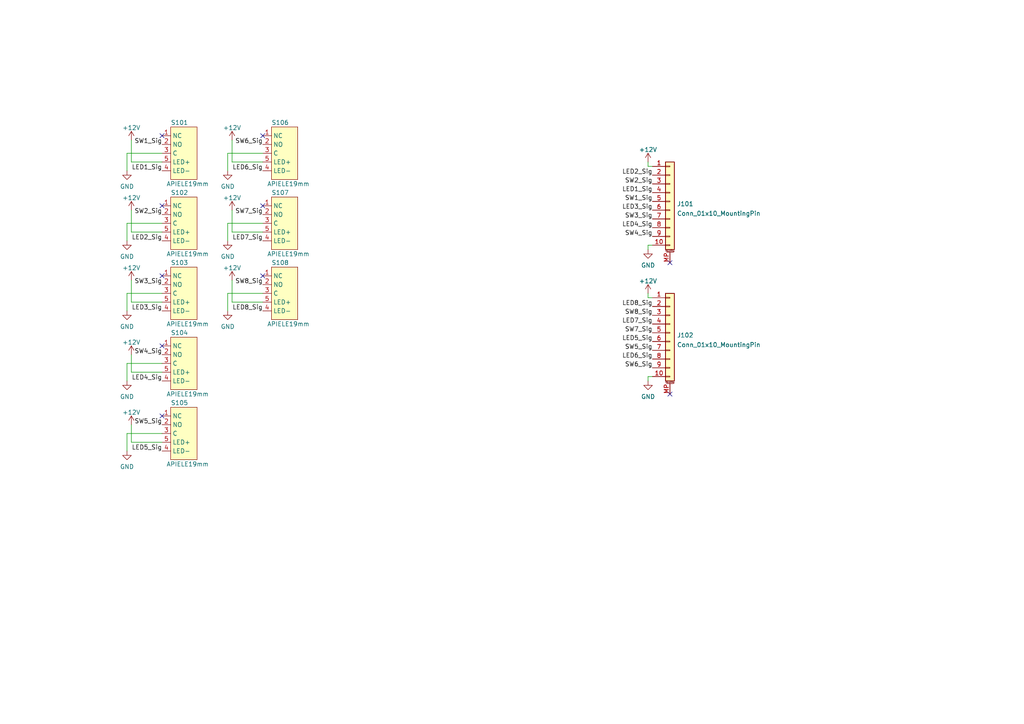
<source format=kicad_sch>
(kicad_sch (version 20211123) (generator eeschema)
  (paper "A4")
  (lib_symbols
    (symbol "APIELE19mm_1"
      (property "Reference" "S" (at 0 16.51 0))
      (property "Value" "APIELE19mm_1" (at 3.81 -1.27 0))
      (symbol "APIELE19mm_1_0_1"
        (rectangle (start 0 0) (end 7.62 15.24) (stroke (width 0.1524)) (fill (type background)))
      )
      (symbol "APIELE19mm_1_1_1"
        (pin input line (at -2.54 12.7 0) (length 2.54) (name "NC") (number "1"))
        (pin input line (at -2.54 10.16 0) (length 2.54) (name "NO") (number "2"))
        (pin input line (at -2.54 7.62 0) (length 2.54) (name "C") (number "3"))
        (pin input line (at -2.54 2.54 0) (length 2.54) (name "LED-") (number "4"))
        (pin input line (at -2.54 5.08 0) (length 2.54) (name "LED+") (number "5"))
      )
    )
    (symbol "APIELE19mm_2"
      (property "Reference" "S" (at 0 16.51 0))
      (property "Value" "APIELE19mm_2" (at 3.81 -1.27 0))
      (symbol "APIELE19mm_2_0_1"
        (rectangle (start 0 0) (end 7.62 15.24) (stroke (width 0.1524)) (fill (type background)))
      )
      (symbol "APIELE19mm_2_1_1"
        (pin input line (at -2.54 12.7 0) (length 2.54) (name "NC") (number "1"))
        (pin input line (at -2.54 10.16 0) (length 2.54) (name "NO") (number "2"))
        (pin input line (at -2.54 7.62 0) (length 2.54) (name "C") (number "3"))
        (pin input line (at -2.54 2.54 0) (length 2.54) (name "LED-") (number "4"))
        (pin input line (at -2.54 5.08 0) (length 2.54) (name "LED+") (number "5"))
      )
    )
    (symbol "APIELE19mm_3"
      (property "Reference" "S" (at 0 16.51 0))
      (property "Value" "APIELE19mm_3" (at 3.81 -1.27 0))
      (symbol "APIELE19mm_3_0_1"
        (rectangle (start 0 0) (end 7.62 15.24) (stroke (width 0.1524)) (fill (type background)))
      )
      (symbol "APIELE19mm_3_1_1"
        (pin input line (at -2.54 12.7 0) (length 2.54) (name "NC") (number "1"))
        (pin input line (at -2.54 10.16 0) (length 2.54) (name "NO") (number "2"))
        (pin input line (at -2.54 7.62 0) (length 2.54) (name "C") (number "3"))
        (pin input line (at -2.54 2.54 0) (length 2.54) (name "LED-") (number "4"))
        (pin input line (at -2.54 5.08 0) (length 2.54) (name "LED+") (number "5"))
      )
    )
    (symbol "APIELE19mm_5"
      (property "Reference" "S" (at 0 16.51 0))
      (property "Value" "APIELE19mm_5" (at 3.81 -1.27 0))
      (symbol "APIELE19mm_5_0_1"
        (rectangle (start 0 0) (end 7.62 15.24) (stroke (width 0.1524)) (fill (type background)))
      )
      (symbol "APIELE19mm_5_1_1"
        (pin input line (at -2.54 12.7 0) (length 2.54) (name "NC") (number "1"))
        (pin input line (at -2.54 10.16 0) (length 2.54) (name "NO") (number "2"))
        (pin input line (at -2.54 7.62 0) (length 2.54) (name "C") (number "3"))
        (pin input line (at -2.54 2.54 0) (length 2.54) (name "LED-") (number "4"))
        (pin input line (at -2.54 5.08 0) (length 2.54) (name "LED+") (number "5"))
      )
    )
    (symbol "APIELE19mm_6"
      (property "Reference" "S" (at 0 16.51 0))
      (property "Value" "APIELE19mm_6" (at 3.81 -1.27 0))
      (symbol "APIELE19mm_6_0_1"
        (rectangle (start 0 0) (end 7.62 15.24) (stroke (width 0.1524)) (fill (type background)))
      )
      (symbol "APIELE19mm_6_1_1"
        (pin input line (at -2.54 12.7 0) (length 2.54) (name "NC") (number "1"))
        (pin input line (at -2.54 10.16 0) (length 2.54) (name "NO") (number "2"))
        (pin input line (at -2.54 7.62 0) (length 2.54) (name "C") (number "3"))
        (pin input line (at -2.54 2.54 0) (length 2.54) (name "LED-") (number "4"))
        (pin input line (at -2.54 5.08 0) (length 2.54) (name "LED+") (number "5"))
      )
    )
    (symbol "APIELE19mm_8"
      (property "Reference" "S" (at 0 16.51 0))
      (property "Value" "APIELE19mm_8" (at 3.81 -1.27 0))
      (symbol "APIELE19mm_8_0_1"
        (rectangle (start 0 0) (end 7.62 15.24) (stroke (width 0.1524)) (fill (type background)))
      )
      (symbol "APIELE19mm_8_1_1"
        (pin input line (at -2.54 12.7 0) (length 2.54) (name "NC") (number "1"))
        (pin input line (at -2.54 10.16 0) (length 2.54) (name "NO") (number "2"))
        (pin input line (at -2.54 7.62 0) (length 2.54) (name "C") (number "3"))
        (pin input line (at -2.54 2.54 0) (length 2.54) (name "LED-") (number "4"))
        (pin input line (at -2.54 5.08 0) (length 2.54) (name "LED+") (number "5"))
      )
    )
    (symbol "APIELE19mm_9"
      (property "Reference" "S" (at 0 16.51 0))
      (property "Value" "APIELE19mm_9" (at 3.81 -1.27 0))
      (symbol "APIELE19mm_9_0_1"
        (rectangle (start 0 0) (end 7.62 15.24) (stroke (width 0.1524)) (fill (type background)))
      )
      (symbol "APIELE19mm_9_1_1"
        (pin input line (at -2.54 12.7 0) (length 2.54) (name "NC") (number "1"))
        (pin input line (at -2.54 10.16 0) (length 2.54) (name "NO") (number "2"))
        (pin input line (at -2.54 7.62 0) (length 2.54) (name "C") (number "3"))
        (pin input line (at -2.54 2.54 0) (length 2.54) (name "LED-") (number "4"))
        (pin input line (at -2.54 5.08 0) (length 2.54) (name "LED+") (number "5"))
      )
    )
    (symbol "Connector_Generic_MountingPin:Conn_01x10_MountingPin" (pin_names (offset 1.016) hide)
      (property "Reference" "J" (at 0 12.7 0))
      (property "Value" "Conn_01x10_MountingPin" (at 1.27 -15.24 0))
      (symbol "Conn_01x10_MountingPin_1_1"
        (rectangle (start -1.27 -12.573) (end 0 -12.827) (stroke (width 0.1524)))
        (rectangle (start -1.27 -10.033) (end 0 -10.287) (stroke (width 0.1524)))
        (rectangle (start -1.27 -7.493) (end 0 -7.747) (stroke (width 0.1524)))
        (rectangle (start -1.27 -4.953) (end 0 -5.207) (stroke (width 0.1524)))
        (rectangle (start -1.27 -2.413) (end 0 -2.667) (stroke (width 0.1524)))
        (rectangle (start -1.27 0.127) (end 0 -0.127) (stroke (width 0.1524)))
        (rectangle (start -1.27 2.667) (end 0 2.413) (stroke (width 0.1524)))
        (rectangle (start -1.27 5.207) (end 0 4.953) (stroke (width 0.1524)))
        (rectangle (start -1.27 7.747) (end 0 7.493) (stroke (width 0.1524)))
        (rectangle (start -1.27 10.287) (end 0 10.033) (stroke (width 0.1524)))
        (rectangle (start -1.27 11.43) (end 1.27 -13.97) (stroke (width 0.254)) (fill (type background)))
        (polyline (pts (xy -1.016 -14.732) (xy 1.016 -14.732)) (stroke (width 0.1524)))
        (text "Mounting" (at 0 -14.351 0) (effects (font (size 0.381 0.381))))
        (pin passive line (at -5.08 10.16 0) (length 3.81) (name "Pin_1") (number "1"))
        (pin passive line (at -5.08 -12.7 0) (length 3.81) (name "Pin_10") (number "10"))
        (pin passive line (at -5.08 7.62 0) (length 3.81) (name "Pin_2") (number "2"))
        (pin passive line (at -5.08 5.08 0) (length 3.81) (name "Pin_3") (number "3"))
        (pin passive line (at -5.08 2.54 0) (length 3.81) (name "Pin_4") (number "4"))
        (pin passive line (at -5.08 0 0) (length 3.81) (name "Pin_5") (number "5"))
        (pin passive line (at -5.08 -2.54 0) (length 3.81) (name "Pin_6") (number "6"))
        (pin passive line (at -5.08 -5.08 0) (length 3.81) (name "Pin_7") (number "7"))
        (pin passive line (at -5.08 -7.62 0) (length 3.81) (name "Pin_8") (number "8"))
        (pin passive line (at -5.08 -10.16 0) (length 3.81) (name "Pin_9") (number "9"))
        (pin passive line (at 0 -17.78 90) (length 3.048) (name "MountPin") (number "MP"))
      )
    )
    (symbol "JohnLib:APIELE19mm"
      (property "Reference" "S" (at 0 16.51 0))
      (property "Value" "APIELE19mm" (at 3.81 -1.27 0))
      (symbol "APIELE19mm_0_1"
        (rectangle (start 0 0) (end 7.62 15.24) (stroke (width 0.1524)) (fill (type background)))
      )
      (symbol "APIELE19mm_1_1"
        (pin input line (at -2.54 12.7 0) (length 2.54) (name "NC") (number "1"))
        (pin input line (at -2.54 10.16 0) (length 2.54) (name "NO") (number "2"))
        (pin input line (at -2.54 7.62 0) (length 2.54) (name "C") (number "3"))
        (pin input line (at -2.54 2.54 0) (length 2.54) (name "LED-") (number "4"))
        (pin input line (at -2.54 5.08 0) (length 2.54) (name "LED+") (number "5"))
      )
    )
    (symbol "power:+12V" (power) (pin_names (offset 0))
      (property "Value" "+12V" (at 0 3.556 0))
      (symbol "+12V_0_1"
        (polyline (pts (xy -0.762 1.27) (xy 0 2.54)))
        (polyline (pts (xy 0 0) (xy 0 2.54)))
        (polyline (pts (xy 0 2.54) (xy 0.762 1.27)))
      )
      (symbol "+12V_1_1"
        (pin power_in line (at 0 0 90) (length 0) hide (name "+12V") (number "1"))
      )
    )
    (symbol "power:GND" (power) (pin_names (offset 0))
      (property "Value" "GND" (at 0 -3.81 0))
      (symbol "GND_0_1"
        (polyline (pts (xy 0 0) (xy 0 -1.27) (xy 1.27 -1.27) (xy 0 -2.54) (xy -1.27 -1.27) (xy 0 -1.27)))
      )
      (symbol "GND_1_1"
        (pin power_in line (at 0 0 270) (length 0) hide (name "GND") (number "1"))
      )
    )
  )
  (no_connect (at 194.31 76.2))
  (no_connect (at 46.99 100.33))
  (no_connect (at 46.99 120.65))
  (no_connect (at 46.99 80.01))
  (no_connect (at 76.2 80.01))
  (no_connect (at 46.99 39.37))
  (no_connect (at 76.2 39.37))
  (no_connect (at 76.2 59.69))
  (no_connect (at 46.99 59.69))
  (no_connect (at 194.31 114.3))
  (wire (pts (xy 36.83 105.41) (xy 36.83 110.49)))
  (wire (pts (xy 36.83 125.73) (xy 36.83 130.81)))
  (wire (pts (xy 67.31 40.64) (xy 67.31 46.99)))
  (wire (pts (xy 38.1 67.31) (xy 46.99 67.31)))
  (wire (pts (xy 187.96 72.39) (xy 187.96 71.12)))
  (wire (pts (xy 38.1 87.63) (xy 46.99 87.63)))
  (wire (pts (xy 38.1 40.64) (xy 38.1 46.99)))
  (wire (pts (xy 38.1 60.96) (xy 38.1 67.31)))
  (wire (pts (xy 66.04 44.45) (xy 66.04 49.53)))
  (wire (pts (xy 67.31 67.31) (xy 76.2 67.31)))
  (wire (pts (xy 38.1 46.99) (xy 46.99 46.99)))
  (wire (pts (xy 67.31 46.99) (xy 76.2 46.99)))
  (wire (pts (xy 66.04 64.77) (xy 66.04 69.85)))
  (wire (pts (xy 187.96 71.12) (xy 189.23 71.12)))
  (wire (pts (xy 187.96 46.99) (xy 187.96 48.26)))
  (wire (pts (xy 187.96 109.22) (xy 189.23 109.22)))
  (wire (pts (xy 76.2 64.77) (xy 66.04 64.77)))
  (wire (pts (xy 38.1 123.19) (xy 38.1 128.27)))
  (wire (pts (xy 46.99 85.09) (xy 36.83 85.09)))
  (wire (pts (xy 36.83 64.77) (xy 36.83 69.85)))
  (wire (pts (xy 187.96 86.36) (xy 189.23 86.36)))
  (wire (pts (xy 67.31 87.63) (xy 76.2 87.63)))
  (wire (pts (xy 46.99 125.73) (xy 36.83 125.73)))
  (wire (pts (xy 46.99 44.45) (xy 36.83 44.45)))
  (wire (pts (xy 38.1 102.87) (xy 38.1 107.95)))
  (wire (pts (xy 76.2 85.09) (xy 66.04 85.09)))
  (wire (pts (xy 76.2 44.45) (xy 66.04 44.45)))
  (wire (pts (xy 36.83 44.45) (xy 36.83 49.53)))
  (wire (pts (xy 187.96 85.09) (xy 187.96 86.36)))
  (wire (pts (xy 66.04 85.09) (xy 66.04 90.17)))
  (wire (pts (xy 38.1 107.95) (xy 46.99 107.95)))
  (wire (pts (xy 187.96 110.49) (xy 187.96 109.22)))
  (wire (pts (xy 38.1 81.28) (xy 38.1 87.63)))
  (wire (pts (xy 187.96 48.26) (xy 189.23 48.26)))
  (wire (pts (xy 38.1 128.27) (xy 46.99 128.27)))
  (wire (pts (xy 46.99 105.41) (xy 36.83 105.41)))
  (wire (pts (xy 67.31 60.96) (xy 67.31 67.31)))
  (wire (pts (xy 67.31 81.28) (xy 67.31 87.63)))
  (wire (pts (xy 46.99 64.77) (xy 36.83 64.77)))
  (wire (pts (xy 36.83 85.09) (xy 36.83 90.17)))
  (label "LED2_Sig" (at 46.99 69.85 180))
  (label "SW1_Sig" (at 46.99 41.91 180))
  (label "SW5_Sig" (at 189.23 101.6 180))
  (label "LED1_Sig" (at 46.99 49.53 180))
  (label "LED1_Sig" (at 189.23 55.88 180))
  (label "SW8_Sig" (at 189.23 91.44 180))
  (label "LED5_Sig" (at 189.23 99.06 180))
  (label "SW3_Sig" (at 46.99 82.55 180))
  (label "LED6_Sig" (at 76.2 49.53 180))
  (label "LED6_Sig" (at 189.23 104.14 180))
  (label "LED5_Sig" (at 46.99 130.81 180))
  (label "SW2_Sig" (at 189.23 53.34 180))
  (label "SW3_Sig" (at 189.23 63.5 180))
  (label "LED8_Sig" (at 189.23 88.9 180))
  (label "LED7_Sig" (at 76.2 69.85 180))
  (label "SW8_Sig" (at 76.2 82.55 180))
  (label "LED8_Sig" (at 76.2 90.17 180))
  (label "SW4_Sig" (at 189.23 68.58 180))
  (label "SW6_Sig" (at 189.23 106.68 180))
  (label "LED4_Sig" (at 46.99 110.49 180))
  (label "LED3_Sig" (at 189.23 60.96 180))
  (label "SW6_Sig" (at 76.2 41.91 180))
  (label "LED4_Sig" (at 189.23 66.04 180))
  (label "LED7_Sig" (at 189.23 93.98 180))
  (label "SW2_Sig" (at 46.99 62.23 180))
  (label "SW4_Sig" (at 46.99 102.87 180))
  (label "SW7_Sig" (at 76.2 62.23 180))
  (label "SW5_Sig" (at 46.99 123.19 180))
  (label "LED2_Sig" (at 189.23 50.8 180))
  (label "SW7_Sig" (at 189.23 96.52 180))
  (label "LED3_Sig" (at 46.99 90.17 180))
  (label "SW1_Sig" (at 189.23 58.42 180))
  (symbol (lib_name "APIELE19mm_2") (lib_id "JohnLib:APIELE19mm") (at 49.53 72.39 0) (unit 1)
    (property "Reference" "S102" (at 49.53 55.88 0) (effects (justify left)))
    (property "Value" "APIELE19mm" (at 48.26 73.66 0) (effects (justify left)))
    (property "Footprint" "JohnLib:Apiele19mm" (effects hide))
  )
  (symbol (lib_id "Connector_Generic_MountingPin:Conn_01x10_MountingPin") (at 194.31 58.42 0) (unit 1)
    (property "Reference" "J101" (at 196.342 59.1371 0) (effects (justify left)))
    (property "Value" "Conn_01x10_MountingPin" (at 196.342 61.9122 0) (effects (justify left)))
    (property "Footprint" "JohnLib:Connector_FPC_Molex_2004850410" (effects hide))
  )
  (symbol (lib_name "APIELE19mm_3") (lib_id "JohnLib:APIELE19mm") (at 49.53 52.07 0) (unit 1)
    (property "Reference" "S101" (at 49.53 35.56 0) (effects (justify left)))
    (property "Value" "APIELE19mm" (at 48.26 53.34 0) (effects (justify left)))
    (property "Footprint" "JohnLib:Apiele19mm" (effects hide))
  )
  (symbol (lib_id "power:+12V") (at 187.96 46.99 0) (unit 1)
    (property "Reference" "#PWR0117" (effects hide))
    (property "Value" "+12V" (at 187.96 43.4142 0))
  )
  (symbol (lib_id "power:+12V") (at 187.96 85.09 0) (unit 1)
    (property "Reference" "#PWR0118" (effects hide))
    (property "Value" "+12V" (at 187.96 81.5142 0))
  )
  (symbol (lib_name "APIELE19mm_1") (lib_id "JohnLib:APIELE19mm") (at 78.74 72.39 0) (unit 1)
    (property "Reference" "S107" (at 78.74 55.88 0) (effects (justify left)))
    (property "Value" "APIELE19mm" (at 77.47 73.66 0) (effects (justify left)))
    (property "Footprint" "JohnLib:Apiele19mm" (effects hide))
  )
  (symbol (lib_name "APIELE19mm_6") (lib_id "JohnLib:APIELE19mm") (at 49.53 92.71 0) (unit 1)
    (property "Reference" "S103" (at 49.53 76.2 0) (effects (justify left)))
    (property "Value" "APIELE19mm" (at 48.26 93.98 0) (effects (justify left)))
    (property "Footprint" "JohnLib:Apiele19mm" (effects hide))
  )
  (symbol (lib_id "power:GND") (at 187.96 72.39 0) (unit 1)
    (property "Reference" "#PWR0109" (effects hide))
    (property "Value" "GND" (at 187.96 76.9525 0))
  )
  (symbol (lib_id "power:+12V") (at 38.1 123.19 0) (unit 1)
    (property "Reference" "#PWR0119" (effects hide))
    (property "Value" "+12V" (at 38.1 119.6142 0))
  )
  (symbol (lib_id "power:GND") (at 36.83 130.81 0) (unit 1)
    (property "Reference" "#PWR0105" (effects hide))
    (property "Value" "GND" (at 36.83 135.3725 0))
  )
  (symbol (lib_name "APIELE19mm_5") (lib_id "JohnLib:APIELE19mm") (at 49.53 133.35 0) (unit 1)
    (property "Reference" "S105" (at 49.53 116.84 0) (effects (justify left)))
    (property "Value" "APIELE19mm" (at 48.26 134.62 0) (effects (justify left)))
    (property "Footprint" "JohnLib:Apiele19mm" (effects hide))
  )
  (symbol (lib_id "power:GND") (at 36.83 69.85 0) (unit 1)
    (property "Reference" "#PWR0102" (effects hide))
    (property "Value" "GND" (at 36.83 74.4125 0))
  )
  (symbol (lib_id "power:+12V") (at 38.1 40.64 0) (unit 1)
    (property "Reference" "#PWR0114" (effects hide))
    (property "Value" "+12V" (at 38.1 37.0642 0))
  )
  (symbol (lib_id "power:GND") (at 36.83 49.53 0) (unit 1)
    (property "Reference" "#PWR0101" (effects hide))
    (property "Value" "GND" (at 36.83 54.0925 0))
  )
  (symbol (lib_id "power:GND") (at 66.04 49.53 0) (unit 1)
    (property "Reference" "#PWR0106" (effects hide))
    (property "Value" "GND" (at 66.04 54.0925 0))
  )
  (symbol (lib_id "JohnLib:APIELE19mm") (at 78.74 52.07 0) (unit 1)
    (property "Reference" "S106" (at 78.74 35.56 0) (effects (justify left)))
    (property "Value" "APIELE19mm" (at 77.47 53.34 0) (effects (justify left)))
    (property "Footprint" "JohnLib:Apiele19mm" (effects hide))
  )
  (symbol (lib_id "power:+12V") (at 67.31 81.28 0) (unit 1)
    (property "Reference" "#PWR0116" (effects hide))
    (property "Value" "+12V" (at 67.31 77.7042 0))
  )
  (symbol (lib_id "power:GND") (at 66.04 69.85 0) (unit 1)
    (property "Reference" "#PWR0107" (effects hide))
    (property "Value" "GND" (at 66.04 74.4125 0))
  )
  (symbol (lib_id "power:GND") (at 187.96 110.49 0) (unit 1)
    (property "Reference" "#PWR0112" (effects hide))
    (property "Value" "GND" (at 187.96 115.0525 0))
  )
  (symbol (lib_id "power:+12V") (at 38.1 81.28 0) (unit 1)
    (property "Reference" "#PWR0115" (effects hide))
    (property "Value" "+12V" (at 38.1 77.7042 0))
  )
  (symbol (lib_id "power:+12V") (at 38.1 102.87 0) (unit 1)
    (property "Reference" "#PWR0120" (effects hide))
    (property "Value" "+12V" (at 38.1 99.2942 0))
  )
  (symbol (lib_name "APIELE19mm_8") (lib_id "JohnLib:APIELE19mm") (at 49.53 113.03 0) (unit 1)
    (property "Reference" "S104" (at 49.53 96.52 0) (effects (justify left)))
    (property "Value" "APIELE19mm" (at 48.26 114.3 0) (effects (justify left)))
    (property "Footprint" "JohnLib:Apiele19mm" (effects hide))
  )
  (symbol (lib_name "APIELE19mm_9") (lib_id "JohnLib:APIELE19mm") (at 78.74 92.71 0) (unit 1)
    (property "Reference" "S108" (at 78.74 76.2 0) (effects (justify left)))
    (property "Value" "APIELE19mm" (at 77.47 93.98 0) (effects (justify left)))
    (property "Footprint" "JohnLib:Apiele19mm" (effects hide))
  )
  (symbol (lib_id "power:GND") (at 66.04 90.17 0) (unit 1)
    (property "Reference" "#PWR0108" (effects hide))
    (property "Value" "GND" (at 66.04 94.7325 0))
  )
  (symbol (lib_id "power:GND") (at 36.83 90.17 0) (unit 1)
    (property "Reference" "#PWR0103" (effects hide))
    (property "Value" "GND" (at 36.83 94.7325 0))
  )
  (symbol (lib_id "Connector_Generic_MountingPin:Conn_01x10_MountingPin") (at 194.31 96.52 0) (unit 1)
    (property "Reference" "J102" (at 196.342 97.2371 0) (effects (justify left)))
    (property "Value" "Conn_01x10_MountingPin" (at 196.342 100.0122 0) (effects (justify left)))
    (property "Footprint" "JohnLib:Connector_FPC_Molex_2004850410" (effects hide))
  )
  (symbol (lib_id "power:+12V") (at 67.31 40.64 0) (unit 1)
    (property "Reference" "#PWR0110" (effects hide))
    (property "Value" "+12V" (at 67.31 37.0642 0))
  )
  (symbol (lib_id "power:+12V") (at 67.31 60.96 0) (unit 1)
    (property "Reference" "#PWR0111" (effects hide))
    (property "Value" "+12V" (at 67.31 57.3842 0))
  )
  (symbol (lib_id "power:+12V") (at 38.1 60.96 0) (unit 1)
    (property "Reference" "#PWR0113" (effects hide))
    (property "Value" "+12V" (at 38.1 57.3842 0))
  )
  (symbol (lib_id "power:GND") (at 36.83 110.49 0) (unit 1)
    (property "Reference" "#PWR0104" (effects hide))
    (property "Value" "GND" (at 36.83 115.0525 0))
  )
)
</source>
